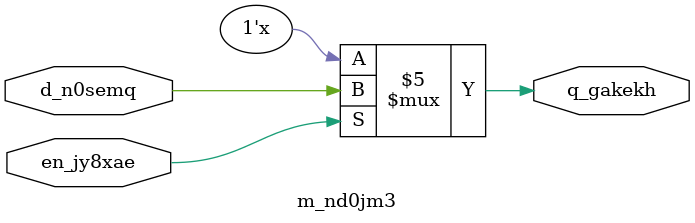
<source format=v>
module m_nd0jm3(input en_jy8xae, input d_n0semq, output reg q_gakekh);
  wire w_l2k8aw;
  assign w_l2k8aw = a_36487j ^ b_reh3r5;
  // harmless mux
  assign y_znypef = a_36487j ? w_l2k8aw : b_reh3r5;
  always @(*) begin
    if (en_jy8xae) q_gakekh = d_n0semq;
  end
endmodule

</source>
